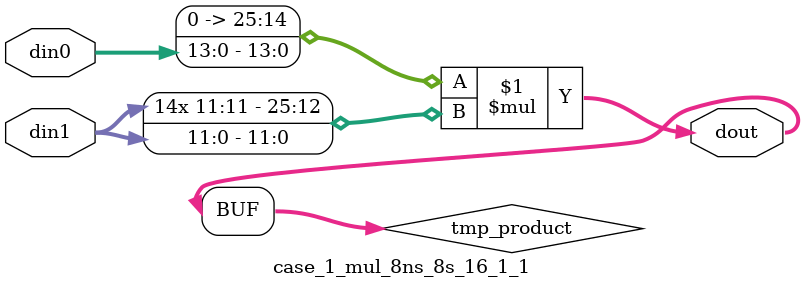
<source format=v>

`timescale 1 ns / 1 ps

 (* use_dsp = "no" *)  module case_1_mul_8ns_8s_16_1_1(din0, din1, dout);
parameter ID = 1;
parameter NUM_STAGE = 0;
parameter din0_WIDTH = 14;
parameter din1_WIDTH = 12;
parameter dout_WIDTH = 26;

input [din0_WIDTH - 1 : 0] din0; 
input [din1_WIDTH - 1 : 0] din1; 
output [dout_WIDTH - 1 : 0] dout;

wire signed [dout_WIDTH - 1 : 0] tmp_product;

























assign tmp_product = $signed({1'b0, din0}) * $signed(din1);










assign dout = tmp_product;





















endmodule

</source>
